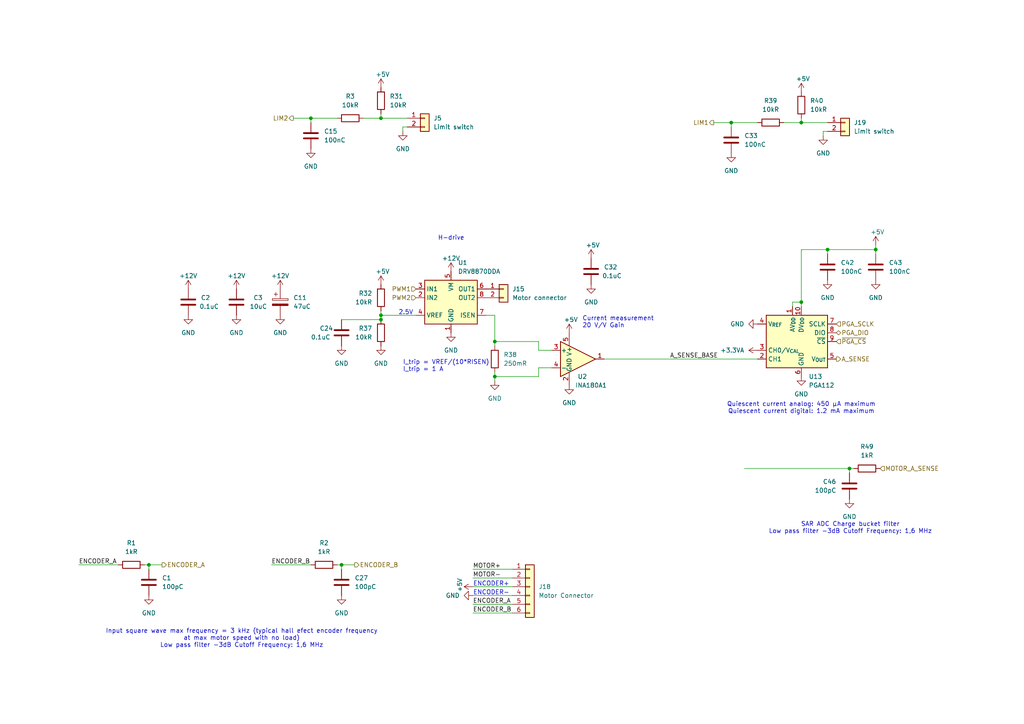
<source format=kicad_sch>
(kicad_sch (version 20250114) (generator "eeschema") (generator_version "9.0")
  (paper "A4")
  (lib_symbols
    (symbol "Amplifier_Current:INA180A1" (pin_names (offset 0.127))
      (property "Reference" "U" (at 3.81 3.81 0))
      (property "Value" "INA180A1" (at 3.81 -2.54 0))
      (symbol "INA180A1_0_1"
        (polyline (pts (xy 5.08 0) (xy -5.08 5.08) (xy -5.08 -5.08) (xy 5.08 0)) (stroke (width 0.254)) (fill (type background)))
      )
      (symbol "INA180A1_1_1"
        (pin input line (at -7.62 2.54 0) (length 2.54) (name "+") (number "3"))
        (pin input line (at -7.62 -2.54 0) (length 2.54) (name "-") (number "4"))
        (pin power_in line (at -2.54 7.62 270) (length 3.81) (name "V+") (number "5"))
        (pin power_in line (at -2.54 -7.62 90) (length 3.81) (name "GND") (number "2"))
        (pin output line (at 7.62 0 180) (length 2.54) (name "~") (number "1"))
      )
    )
    (symbol "Analog:PGA112"
      (property "Reference" "U" (at -8.89 8.89 0))
      (property "Value" "PGA112" (at 7.62 8.89 0))
      (symbol "PGA112_0_1"
        (rectangle (start -10.16 7.62) (end 7.62 -7.62) (stroke (width 0.254)) (fill (type background)))
      )
      (symbol "PGA112_1_1"
        (pin input line (at -12.7 5.08 0) (length 2.54) (name "V_{REF}") (number "4"))
        (pin input line (at -12.7 -2.54 0) (length 2.54) (name "CH0/V_{CAL}") (number "3"))
        (pin input line (at -12.7 -5.08 0) (length 2.54) (name "CH1") (number "2"))
        (pin power_in line (at -2.54 10.16 270) (length 2.54) (name "AV_{DD}") (number "1"))
        (pin power_in line (at 0 10.16 270) (length 2.54) (name "DV_{DD}") (number "10"))
        (pin power_in line (at 0 -10.16 90) (length 2.54) (name "GND") (number "6"))
        (pin input line (at 10.16 5.08 180) (length 2.54) (name "SCLK") (number "7"))
        (pin bidirectional line (at 10.16 2.54 180) (length 2.54) (name "DIO") (number "8"))
        (pin input line (at 10.16 0 180) (length 2.54) (name "~{CS}") (number "9"))
        (pin output line (at 10.16 -5.08 180) (length 2.54) (name "V_{OUT}") (number "5"))
      )
    )
    (symbol "Connector_Generic:Conn_01x02" (pin_names (offset 1.016) (hide yes))
      (property "Reference" "J" (at 0 2.54 0))
      (property "Value" "Conn_01x02" (at 0 -5.08 0))
      (symbol "Conn_01x02_1_1"
        (rectangle (start -1.27 1.27) (end 1.27 -3.81) (stroke (width 0.254)) (fill (type background)))
        (rectangle (start -1.27 0.127) (end 0 -0.127) (stroke (width 0.1524)))
        (rectangle (start -1.27 -2.413) (end 0 -2.667) (stroke (width 0.1524)))
        (pin passive line (at -5.08 0 0) (length 3.81) (name "Pin_1") (number "1"))
        (pin passive line (at -5.08 -2.54 0) (length 3.81) (name "Pin_2") (number "2"))
      )
    )
    (symbol "Connector_Generic:Conn_01x06" (pin_names (offset 1.016) (hide yes))
      (property "Reference" "J" (at 0 7.62 0))
      (property "Value" "Conn_01x06" (at 0 -10.16 0))
      (symbol "Conn_01x06_1_1"
        (rectangle (start -1.27 6.35) (end 1.27 -8.89) (stroke (width 0.254)) (fill (type background)))
        (rectangle (start -1.27 5.207) (end 0 4.953) (stroke (width 0.1524)))
        (rectangle (start -1.27 2.667) (end 0 2.413) (stroke (width 0.1524)))
        (rectangle (start -1.27 0.127) (end 0 -0.127) (stroke (width 0.1524)))
        (rectangle (start -1.27 -2.413) (end 0 -2.667) (stroke (width 0.1524)))
        (rectangle (start -1.27 -4.953) (end 0 -5.207) (stroke (width 0.1524)))
        (rectangle (start -1.27 -7.493) (end 0 -7.747) (stroke (width 0.1524)))
        (pin passive line (at -5.08 5.08 0) (length 3.81) (name "Pin_1") (number "1"))
        (pin passive line (at -5.08 2.54 0) (length 3.81) (name "Pin_2") (number "2"))
        (pin passive line (at -5.08 0 0) (length 3.81) (name "Pin_3") (number "3"))
        (pin passive line (at -5.08 -2.54 0) (length 3.81) (name "Pin_4") (number "4"))
        (pin passive line (at -5.08 -5.08 0) (length 3.81) (name "Pin_5") (number "5"))
        (pin passive line (at -5.08 -7.62 0) (length 3.81) (name "Pin_6") (number "6"))
      )
    )
    (symbol "Device:C" (pin_numbers (hide yes)) (pin_names (offset 0.254))
      (property "Reference" "C" (at 0.635 2.54 0))
      (property "Value" "C" (at 0.635 -2.54 0))
      (symbol "C_0_1"
        (polyline (pts (xy -2.032 0.762) (xy 2.032 0.762)) (stroke (width 0.508)))
        (polyline (pts (xy -2.032 -0.762) (xy 2.032 -0.762)) (stroke (width 0.508)))
      )
      (symbol "C_1_1"
        (pin passive line (at 0 3.81 270) (length 2.794) (name "~") (number "1"))
        (pin passive line (at 0 -3.81 90) (length 2.794) (name "~") (number "2"))
      )
    )
    (symbol "Device:C_Polarized" (pin_numbers (hide yes)) (pin_names (offset 0.254))
      (property "Reference" "C" (at 0.635 2.54 0))
      (property "Value" "C_Polarized" (at 0.635 -2.54 0))
      (symbol "C_Polarized_0_1"
        (rectangle (start -2.286 0.508) (end 2.286 1.016))
        (polyline (pts (xy -1.778 2.286) (xy -0.762 2.286)))
        (polyline (pts (xy -1.27 2.794) (xy -1.27 1.778)))
        (rectangle (start 2.286 -0.508) (end -2.286 -1.016) (fill (type outline)))
      )
      (symbol "C_Polarized_1_1"
        (pin passive line (at 0 3.81 270) (length 2.794) (name "~") (number "1"))
        (pin passive line (at 0 -3.81 90) (length 2.794) (name "~") (number "2"))
      )
    )
    (symbol "Device:R" (pin_numbers (hide yes)) (pin_names (offset 0))
      (property "Reference" "R" (at 2.032 0 90))
      (property "Value" "R" (at 0 0 90))
      (symbol "R_0_1"
        (rectangle (start -1.016 -2.54) (end 1.016 2.54) (stroke (width 0.254)))
      )
      (symbol "R_1_1"
        (pin passive line (at 0 3.81 270) (length 1.27) (name "~") (number "1"))
        (pin passive line (at 0 -3.81 90) (length 1.27) (name "~") (number "2"))
      )
    )
    (symbol "Driver_Motor:DRV8870DDA"
      (property "Reference" "U" (at -6.35 6.35 0))
      (property "Value" "DRV8870DDA" (at 8.89 6.35 0))
      (symbol "DRV8870DDA_0_1"
        (rectangle (start -7.62 5.08) (end 7.62 -7.62) (stroke (width 0.254)) (fill (type background)))
      )
      (symbol "DRV8870DDA_1_1"
        (pin input line (at -10.16 2.54 0) (length 2.54) (name "IN1") (number "3"))
        (pin input line (at -10.16 0 0) (length 2.54) (name "IN2") (number "2"))
        (pin input line (at -10.16 -5.08 0) (length 2.54) (name "VREF") (number "4"))
        (pin power_in line (at 0 7.62 270) (length 2.54) (name "VM") (number "5"))
        (pin power_in line (at 0 -10.16 90) (length 2.54) (name "GND") (number "1"))
        (pin passive line (at 0 -10.16 90) (length 2.54) (hide yes) (name "GND") (number "9"))
        (pin output line (at 10.16 2.54 180) (length 2.54) (name "OUT1") (number "6"))
        (pin output line (at 10.16 0 180) (length 2.54) (name "OUT2") (number "8"))
        (pin passive line (at 10.16 -5.08 180) (length 2.54) (name "ISEN") (number "7"))
      )
    )
    (symbol "power:+12V" (power) (pin_names (offset 0))
      (property "Value" "+12V" (at 0 3.556 0))
      (symbol "+12V_0_1"
        (polyline (pts (xy -0.762 1.27) (xy 0 2.54)))
        (polyline (pts (xy 0 2.54) (xy 0.762 1.27)))
        (polyline (pts (xy 0 0) (xy 0 2.54)))
      )
      (symbol "+12V_1_1"
        (pin power_in line (at 0 0 90) (length 0) (hide yes) (name "+12V") (number "1"))
      )
    )
    (symbol "power:+3.3VA" (power) (pin_numbers (hide yes)) (pin_names (offset 0) (hide yes))
      (property "Value" "+3.3VA" (at 0 3.556 0))
      (symbol "+3.3VA_0_1"
        (polyline (pts (xy -0.762 1.27) (xy 0 2.54)))
        (polyline (pts (xy 0 2.54) (xy 0.762 1.27)))
        (polyline (pts (xy 0 0) (xy 0 2.54)))
      )
      (symbol "+3.3VA_1_1"
        (pin power_in line (at 0 0 90) (length 0) (name "~") (number "1"))
      )
    )
    (symbol "power:+5V" (power) (pin_names (offset 0))
      (property "Value" "+5V" (at 0 3.556 0))
      (symbol "+5V_0_1"
        (polyline (pts (xy -0.762 1.27) (xy 0 2.54)))
        (polyline (pts (xy 0 2.54) (xy 0.762 1.27)))
        (polyline (pts (xy 0 0) (xy 0 2.54)))
      )
      (symbol "+5V_1_1"
        (pin power_in line (at 0 0 90) (length 0) (hide yes) (name "+5V") (number "1"))
      )
    )
    (symbol "power:GND" (power) (pin_names (offset 0))
      (property "Value" "GND" (at 0 -3.81 0))
      (symbol "GND_0_1"
        (polyline (pts (xy 0 0) (xy 0 -1.27) (xy 1.27 -1.27) (xy 0 -2.54) (xy -1.27 -1.27) (xy 0 -1.27)))
      )
      (symbol "GND_1_1"
        (pin power_in line (at 0 0 270) (length 0) (hide yes) (name "GND") (number "1"))
      )
    )
  )
  (text "2.5V" (at 115.57 91.44 0) (effects (font (size 1.27 1.27)) (justify left bottom)))
  (text "Quiescent current analog: 450 µA maximum\nQuiescent current digital: 1.2 mA maximum" (at 232.41 118.364 0) (effects (font (size 1.27 1.27))))
  (text "H-drive" (at 127 69.85 0) (effects (font (size 1.27 1.27)) (justify left bottom)))
  (text "SAR ADC Charge bucket filter\nLow pass filter -3dB Cutoff Frequency: 1,6 MHz" (at 246.634 153.162 0) (effects (font (size 1.27 1.27))))
  (text "Input square wave max frequency = 3 kHz (typical hall efect encoder frequency\nat max motor speed with no load)\nLow pass filter -3dB Cutoff Frequency: 1,6 MHz" (at 70.104 185.166 0) (effects (font (size 1.27 1.27))))
  (text "I_trip = VREF/(10*RISEN)\nI_trip = 1 A" (at 116.84 107.95 0) (effects (font (size 1.27 1.27)) (justify left bottom)))
  (text "ENCODER+" (at 142.494 169.418 0) (effects (font (size 1.27 1.27))))
  (text "Current measurement\n20 V/V Gain" (at 168.91 95.25 0) (effects (font (size 1.27 1.27)) (justify left bottom)))
  (text "ENCODER-" (at 142.494 171.958 0) (effects (font (size 1.27 1.27))))
  (junction (at 232.41 35.56))
  (junction (at 240.03 72.39))
  (junction (at 110.49 34.29))
  (junction (at 232.41 87.63))
  (junction (at 143.51 99.06))
  (junction (at 110.49 92.71))
  (junction (at 43.18 163.83))
  (junction (at 212.09 35.56))
  (junction (at 90.17 34.29))
  (junction (at 246.38 135.89))
  (junction (at 99.06 163.83))
  (junction (at 110.49 91.44))
  (junction (at 254 72.39))
  (junction (at 143.51 109.22))
  (wire (pts (xy 143.51 91.44) (xy 143.51 99.06)))
  (wire (pts (xy 247.65 135.89) (xy 246.38 135.89)))
  (wire (pts (xy 143.51 107.95) (xy 143.51 109.22)))
  (wire (pts (xy 238.76 38.1) (xy 238.76 39.37)))
  (wire (pts (xy 137.16 167.64) (xy 148.59 167.64)))
  (wire (pts (xy 118.11 36.83) (xy 116.84 36.83)))
  (wire (pts (xy 254 72.39) (xy 254 73.66)))
  (wire (pts (xy 240.03 38.1) (xy 238.76 38.1)))
  (wire (pts (xy 41.91 163.83) (xy 43.18 163.83)))
  (wire (pts (xy 46.99 163.83) (xy 43.18 163.83)))
  (wire (pts (xy 232.41 72.39) (xy 232.41 87.63)))
  (wire (pts (xy 137.16 170.18) (xy 148.59 170.18)))
  (wire (pts (xy 212.09 35.56) (xy 212.09 36.83)))
  (wire (pts (xy 212.09 35.56) (xy 219.71 35.56)))
  (wire (pts (xy 156.21 109.22) (xy 143.51 109.22)))
  (wire (pts (xy 105.41 34.29) (xy 110.49 34.29)))
  (wire (pts (xy 229.87 87.63) (xy 232.41 87.63)))
  (wire (pts (xy 137.16 175.26) (xy 148.59 175.26)))
  (wire (pts (xy 227.33 35.56) (xy 232.41 35.56)))
  (wire (pts (xy 137.16 172.72) (xy 148.59 172.72)))
  (wire (pts (xy 90.17 34.29) (xy 90.17 35.56)))
  (wire (pts (xy 110.49 34.29) (xy 110.49 33.02)))
  (wire (pts (xy 85.09 34.29) (xy 90.17 34.29)))
  (wire (pts (xy 140.97 91.44) (xy 143.51 91.44)))
  (wire (pts (xy 229.87 87.63) (xy 229.87 88.9)))
  (wire (pts (xy 156.21 101.6) (xy 156.21 99.06)))
  (wire (pts (xy 110.49 91.44) (xy 120.65 91.44)))
  (wire (pts (xy 99.06 92.71) (xy 110.49 92.71)))
  (wire (pts (xy 78.74 163.83) (xy 90.17 163.83)))
  (wire (pts (xy 137.16 177.8) (xy 148.59 177.8)))
  (wire (pts (xy 156.21 106.68) (xy 156.21 109.22)))
  (wire (pts (xy 116.84 36.83) (xy 116.84 38.1)))
  (wire (pts (xy 110.49 90.17) (xy 110.49 91.44)))
  (wire (pts (xy 22.86 163.83) (xy 34.29 163.83)))
  (wire (pts (xy 43.18 163.83) (xy 43.18 165.1)))
  (wire (pts (xy 97.79 163.83) (xy 99.06 163.83)))
  (wire (pts (xy 156.21 99.06) (xy 143.51 99.06)))
  (wire (pts (xy 215.9 135.89) (xy 246.38 135.89)))
  (wire (pts (xy 254 71.12) (xy 254 72.39)))
  (wire (pts (xy 137.16 165.1) (xy 148.59 165.1)))
  (wire (pts (xy 246.38 135.89) (xy 246.38 137.16)))
  (wire (pts (xy 110.49 92.71) (xy 110.49 91.44)))
  (wire (pts (xy 175.26 104.14) (xy 219.71 104.14)))
  (wire (pts (xy 207.01 35.56) (xy 212.09 35.56)))
  (wire (pts (xy 99.06 163.83) (xy 102.87 163.83)))
  (wire (pts (xy 240.03 35.56) (xy 232.41 35.56)))
  (wire (pts (xy 232.41 35.56) (xy 232.41 34.29)))
  (wire (pts (xy 232.41 72.39) (xy 240.03 72.39)))
  (wire (pts (xy 143.51 100.33) (xy 143.51 99.06)))
  (wire (pts (xy 240.03 72.39) (xy 254 72.39)))
  (wire (pts (xy 99.06 165.1) (xy 99.06 163.83)))
  (wire (pts (xy 118.11 34.29) (xy 110.49 34.29)))
  (wire (pts (xy 240.03 73.66) (xy 240.03 72.39)))
  (wire (pts (xy 143.51 110.49) (xy 143.51 109.22)))
  (wire (pts (xy 160.02 106.68) (xy 156.21 106.68)))
  (wire (pts (xy 90.17 34.29) (xy 97.79 34.29)))
  (wire (pts (xy 232.41 88.9) (xy 232.41 87.63)))
  (wire (pts (xy 160.02 101.6) (xy 156.21 101.6)))
  (label "ENCODER_B" (at 137.16 177.8 0))
  (label "MOTOR+" (at 137.16 165.1 0))
  (label "ENCODER_A" (at 22.86 163.83 0))
  (label "ENCODER_A" (at 137.16 175.26 0))
  (label "MOTOR-" (at 137.16 167.64 0))
  (label "A_SENSE_BASE" (at 208.28 104.14 180))
  (label "ENCODER_B" (at 78.74 163.83 0))
  (hierarchical_label "PGA_DIO" (shape bidirectional) (at 242.57 96.52 0))
  (hierarchical_label "LIM2" (shape output) (at 85.09 34.29 180))
  (hierarchical_label "MOTOR_A_SENSE" (shape input) (at 255.27 135.89 0))
  (hierarchical_label "PGA_SCLK" (shape input) (at 242.57 93.98 0))
  (hierarchical_label "A_SENSE" (shape output) (at 242.57 104.14 0))
  (hierarchical_label "ENCODER_B" (shape output) (at 102.87 163.83 0))
  (hierarchical_label "ENCODER_A" (shape output) (at 46.99 163.83 0))
  (hierarchical_label "~{PGA_CS}" (shape input) (at 242.57 99.06 0))
  (hierarchical_label "PWM1" (shape input) (at 120.65 83.82 180))
  (hierarchical_label "PWM2" (shape input) (at 120.65 86.36 180))
  (hierarchical_label "LIM1" (shape output) (at 207.01 35.56 180))
  (symbol (lib_id "Device:R") (at 93.98 163.83 270) (mirror x) (unit 1)
    (property "Reference" "R2" (at 93.98 157.48 90))
    (property "Value" "1kR" (at 93.98 160.02 90))
    (property "Footprint" "Resistor_SMD:R_0402_1005Metric" (effects (hide yes)))
    (property "Description" "Resistor" (effects (hide yes)))
    (property "MPN" "RC0402FR-071KL" (effects (hide yes)))
    (instances (project "BDCMotorControlShieldv2" (path "" (reference "R2") (unit 1)) (path "" (reference "R5") (unit 1)) (path "" (reference "R8") (unit 1))))
  )
  (symbol (lib_id "power:+5V") (at 232.41 26.67 0) (mirror y) (unit 1)
    (property "Reference" "#PWR091" (effects (hide yes)))
    (property "Value" "+5V" (at 234.95 22.86 0) (effects (justify left)))
    (instances (project "BDCMotorControlShieldv2" (path "" (reference "#PWR091") (unit 1)) (path "" (reference "#PWR0113") (unit 1)) (path "" (reference "#PWR0123") (unit 1))))
  )
  (symbol (lib_id "power:GND") (at 130.81 96.52 0) (unit 1)
    (property "Reference" "#PWR094" (effects (hide yes)))
    (property "Value" "GND" (at 130.81 101.6 0))
    (instances (project "" (path "" (reference "#PWR094") (unit 1)) (path "" (reference "#PWR096") (unit 1)) (path "" (reference "#PWR099") (unit 1))))
  )
  (symbol (lib_id "Device:C") (at 254 77.47 0) (unit 1)
    (property "Reference" "C43" (at 257.81 76.1999 0) (effects (justify left)))
    (property "Value" "100nC" (at 257.81 78.7399 0) (effects (justify left)))
    (property "Footprint" "Capacitor_SMD:C_0805_2012Metric" (effects (hide yes)))
    (property "Description" "Unpolarized capacitor" (effects (hide yes)))
    (instances (project "BDCMotorControlShieldv2" (path "" (reference "C43") (unit 1)) (path "" (reference "C45") (unit 1)) (path "" (reference "C41") (unit 1))))
  )
  (symbol (lib_id "power:+5V") (at 254 71.12 0) (mirror y) (unit 1)
    (property "Reference" "#PWR0117" (effects (hide yes)))
    (property "Value" "+5V" (at 256.54 67.31 0) (effects (justify left)))
    (instances (project "BDCMotorControlShieldv2" (path "" (reference "#PWR0117") (unit 1)) (path "" (reference "#PWR0129") (unit 1)) (path "" (reference "#PWR0133") (unit 1))))
  )
  (symbol (lib_id "Connector_Generic:Conn_01x02") (at 146.05 83.82 0) (unit 1)
    (property "Reference" "J15" (at 148.59 83.8199 0) (effects (justify left)))
    (property "Value" "Motor connector" (at 148.59 86.3599 0) (effects (justify left)))
    (property "Footprint" "Connector_custom:HC-2510-2A" (effects (hide yes)))
    (property "Datasheet" "https://datasheet.lcsc.com/lcsc/2203111830_HCTL-HC-2510-2A_C2982031.pdf" (effects (hide yes)))
    (property "MPN" "HC-2510-2A" (effects (hide yes)))
    (instances (project "" (path "" (reference "J15") (unit 1)) (path "" (reference "J16") (unit 1)) (path "" (reference "J17") (unit 1))))
  )
  (symbol (lib_id "power:GND") (at 81.28 91.44 0) (unit 1)
    (property "Reference" "#PWR010" (effects (hide yes)))
    (property "Value" "GND" (at 81.28 96.52 0))
    (instances (project "" (path "" (reference "#PWR010") (unit 1)) (path "" (reference "#PWR027") (unit 1)) (path "" (reference "#PWR029") (unit 1))))
  )
  (symbol (lib_id "Device:C") (at 99.06 168.91 0) (unit 1)
    (property "Reference" "C27" (at 102.87 167.6399 0) (effects (justify left)))
    (property "Value" "100pC" (at 102.87 170.1799 0) (effects (justify left)))
    (property "Footprint" "Capacitor_SMD:C_0402_1005Metric" (effects (hide yes)))
    (property "Description" "Unpolarized capacitor" (effects (hide yes)))
    (instances (project "BDCMotorControlShieldv2" (path "" (reference "C27") (unit 1)) (path "" (reference "C28") (unit 1)) (path "" (reference "C35") (unit 1))))
  )
  (symbol (lib_id "Device:R") (at 101.6 34.29 90) (unit 1)
    (property "Reference" "R3" (at 101.6 27.94 90))
    (property "Value" "10kR" (at 101.6 30.48 90))
    (property "Footprint" "Capacitor_SMD:C_0805_2012Metric" (effects (hide yes)))
    (property "Description" "Resistor" (effects (hide yes)))
    (instances (project "BDCMotorControlShieldv2" (path "" (reference "R3") (unit 1)) (path "" (reference "R6") (unit 1)) (path "" (reference "R30") (unit 1))))
  )
  (symbol (lib_id "Device:R") (at 110.49 96.52 0) (mirror y) (unit 1)
    (property "Reference" "R37" (at 107.95 95.2499 0) (effects (justify left)))
    (property "Value" "10kR" (at 107.95 97.7899 0) (effects (justify left)))
    (property "Footprint" "Resistor_SMD:R_0805_2012Metric_Pad1.20x1.40mm_HandSolder" (effects (hide yes)))
    (property "Datasheet" "https://datasheet.lcsc.com/lcsc/1810201611_YAGEO-RC0805FR-0710KL_C84376.pdf" (effects (hide yes)))
    (property "MPN" "RC0805FR-0710KL" (effects (hide yes)))
    (instances (project "" (path "" (reference "R37") (unit 1)) (path "" (reference "R41") (unit 1)) (path "" (reference "R45") (unit 1))))
  )
  (symbol (lib_id "power:GND") (at 212.09 44.45 0) (unit 1)
    (property "Reference" "#PWR0103" (effects (hide yes)))
    (property "Value" "GND" (at 212.09 49.53 0))
    (property "Description" "Power symbol creates a global label with name \"GND\" , ground" (effects (hide yes)))
    (instances (project "BDCMotorControlShieldv2" (path "" (reference "#PWR0103") (unit 1)) (path "" (reference "#PWR0120") (unit 1)) (path "" (reference "#PWR0126") (unit 1))))
  )
  (symbol (lib_id "power:+5V") (at 110.49 25.4 0) (mirror y) (unit 1)
    (property "Reference" "#PWR030" (effects (hide yes)))
    (property "Value" "+5V" (at 113.03 21.59 0) (effects (justify left)))
    (instances (project "BDCMotorControlShieldv2" (path "" (reference "#PWR030") (unit 1)) (path "" (reference "#PWR083") (unit 1)) (path "" (reference "#PWR087") (unit 1))))
  )
  (symbol (lib_id "Device:R") (at 251.46 135.89 90) (unit 1)
    (property "Reference" "R49" (at 251.46 129.54 90))
    (property "Value" "1kR" (at 251.46 132.08 90))
    (property "Footprint" "Resistor_SMD:R_0402_1005Metric" (effects (hide yes)))
    (property "Description" "Resistor" (effects (hide yes)))
    (property "MPN" "RC0402FR-071KL" (effects (hide yes)))
    (instances (project "BDCMotorControlShieldv2" (path "" (reference "R49") (unit 1)) (path "" (reference "R50") (unit 1)) (path "" (reference "R51") (unit 1))))
  )
  (symbol (lib_id "power:GND") (at 238.76 39.37 0) (unit 1)
    (property "Reference" "#PWR0115" (effects (hide yes)))
    (property "Value" "GND" (at 238.76 44.45 0))
    (property "Description" "Power symbol creates a global label with name \"GND\" , ground" (effects (hide yes)))
    (instances (project "BDCMotorControlShieldv2" (path "" (reference "#PWR0115") (unit 1)) (path "" (reference "#PWR0131") (unit 1)) (path "" (reference "#PWR0135") (unit 1))))
  )
  (symbol (lib_id "Connector_Generic:Conn_01x06") (at 153.67 170.18 0) (unit 1)
    (property "Reference" "J18" (at 156.21 170.1799 0) (effects (justify left)))
    (property "Value" "Motor Connector" (at 156.21 172.7199 0) (effects (justify left)))
    (property "Footprint" "Connector_JST:JST_PH_S6B-PH-K_1x06_P2.00mm_Horizontal" (effects (hide yes)))
    (property "Description" "Generic connector, single row, 01x06, script generated (kicad-library-utils/schlib/autogen/connector/)" (effects (hide yes)))
    (instances (project "BDCMotorControlShieldv2" (path "" (reference "J18") (unit 1)) (path "" (reference "J20") (unit 1)) (path "" (reference "J22") (unit 1))))
  )
  (symbol (lib_id "power:GND") (at 246.38 144.78 0) (mirror y) (unit 1)
    (property "Reference" "#PWR0140" (effects (hide yes)))
    (property "Value" "GND" (at 246.38 149.86 0))
    (property "Description" "Power symbol creates a global label with name \"GND\" , ground" (effects (hide yes)))
    (instances (project "BDCMotorControlShieldv2" (path "" (reference "#PWR0140") (unit 1)) (path "" (reference "#PWR0141") (unit 1)) (path "" (reference "#PWR0142") (unit 1))))
  )
  (symbol (lib_id "Device:R") (at 110.49 29.21 180) (unit 1)
    (property "Reference" "R31" (at 113.03 27.9399 0) (effects (justify right)))
    (property "Value" "10kR" (at 113.03 30.4799 0) (effects (justify right)))
    (property "Footprint" "Capacitor_SMD:C_0805_2012Metric" (effects (hide yes)))
    (property "Description" "Resistor" (effects (hide yes)))
    (instances (project "BDCMotorControlShieldv2" (path "" (reference "R31") (unit 1)) (path "" (reference "R33") (unit 1)) (path "" (reference "R35") (unit 1))))
  )
  (symbol (lib_id "Device:C") (at 171.45 78.74 0) (mirror y) (unit 1)
    (property "Reference" "C32" (at 179.07 77.47 0) (effects (justify left)))
    (property "Value" "0.1uC" (at 180.34 80.01 0) (effects (justify left)))
    (property "Footprint" "Capacitor_SMD:C_0805_2012Metric_Pad1.18x1.45mm_HandSolder" (effects (hide yes)))
    (property "Datasheet" "https://datasheet.lcsc.com/lcsc/2006111832_YAGEO-CC0805KRX7R8BB104_C519981.pdf" (effects (hide yes)))
    (property "MPN" "CC0805KRX7R8BB104" (effects (hide yes)))
    (instances (project "" (path "" (reference "C32") (unit 1)) (path "" (reference "C34") (unit 1)) (path "" (reference "C36") (unit 1))))
  )
  (symbol (lib_id "power:GND") (at 99.06 100.33 0) (unit 1)
    (property "Reference" "#PWR021" (effects (hide yes)))
    (property "Value" "GND" (at 99.06 105.41 0))
    (instances (project "" (path "" (reference "#PWR021") (unit 1)) (path "" (reference "#PWR038") (unit 1)) (path "" (reference "#PWR057") (unit 1))))
  )
  (symbol (lib_id "Device:R") (at 223.52 35.56 90) (unit 1)
    (property "Reference" "R39" (at 223.52 29.21 90))
    (property "Value" "10kR" (at 223.52 31.75 90))
    (property "Footprint" "Capacitor_SMD:C_0805_2012Metric" (effects (hide yes)))
    (property "Description" "Resistor" (effects (hide yes)))
    (instances (project "BDCMotorControlShieldv2" (path "" (reference "R39") (unit 1)) (path "" (reference "R43") (unit 1)) (path "" (reference "R47") (unit 1))))
  )
  (symbol (lib_id "Device:R") (at 143.51 104.14 180) (unit 1)
    (property "Reference" "R38" (at 146.05 102.8699 0) (effects (justify right)))
    (property "Value" "250mR" (at 146.05 105.4099 0) (effects (justify right)))
    (property "Footprint" "Resistor_SMD:R_2010_5025Metric" (effects (hide yes)))
    (property "Datasheet" "https://datasheet.lcsc.com/lcsc/2008171306_YAGEO-RL2010FK-070R25L_C723438.pdf" (effects (hide yes)))
    (property "MPN" "RL2010FK-070R25L" (effects (hide yes)))
    (instances (project "" (path "" (reference "R38") (unit 1)) (path "" (reference "R42") (unit 1)) (path "" (reference "R46") (unit 1))))
  )
  (symbol (lib_id "Device:R") (at 110.49 86.36 0) (mirror y) (unit 1)
    (property "Reference" "R32" (at 107.95 85.0899 0) (effects (justify left)))
    (property "Value" "10kR" (at 107.95 87.6299 0) (effects (justify left)))
    (property "Footprint" "Resistor_SMD:R_0805_2012Metric_Pad1.20x1.40mm_HandSolder" (effects (hide yes)))
    (property "Datasheet" "https://datasheet.lcsc.com/lcsc/1810201611_YAGEO-RC0805FR-0710KL_C84376.pdf" (effects (hide yes)))
    (property "MPN" "RC0805FR-0710KL" (effects (hide yes)))
    (instances (project "" (path "" (reference "R32") (unit 1)) (path "" (reference "R34") (unit 1)) (path "" (reference "R36") (unit 1))))
  )
  (symbol (lib_id "power:+12V") (at 81.28 83.82 0) (mirror y) (unit 1)
    (property "Reference" "#PWR0152" (effects (hide yes)))
    (property "Value" "+12V" (at 81.28 80.01 0))
    (instances (project "BDCMotorControlShieldv2" (path "" (reference "#PWR0152") (unit 1)) (path "" (reference "#PWR0153") (unit 1)) (path "" (reference "#PWR0154") (unit 1))))
  )
  (symbol (lib_id "power:+5V") (at 110.49 82.55 0) (mirror y) (unit 1)
    (property "Reference" "#PWR028" (effects (hide yes)))
    (property "Value" "+5V" (at 113.03 78.74 0) (effects (justify left)))
    (instances (project "BDCMotorControlShieldv2" (path "" (reference "#PWR028") (unit 1)) (path "" (reference "#PWR0160") (unit 1)) (path "" (reference "#PWR0161") (unit 1))))
  )
  (symbol (lib_id "power:GND") (at 143.51 110.49 0) (unit 1)
    (property "Reference" "#PWR0100" (effects (hide yes)))
    (property "Value" "GND" (at 143.51 115.57 0))
    (instances (project "" (path "" (reference "#PWR0100") (unit 1)) (path "" (reference "#PWR0105") (unit 1)) (path "" (reference "#PWR0109") (unit 1))))
  )
  (symbol (lib_id "power:GND") (at 232.41 109.22 0) (unit 1)
    (property "Reference" "#PWR0114" (effects (hide yes)))
    (property "Value" "GND" (at 232.41 114.3 0))
    (property "Description" "Power symbol creates a global label with name \"GND\" , ground" (effects (hide yes)))
    (instances (project "BDCMotorControlShieldv2" (path "" (reference "#PWR0114") (unit 1)) (path "" (reference "#PWR0124") (unit 1)) (path "" (reference "#PWR0130") (unit 1))))
  )
  (symbol (lib_id "power:GND") (at 54.61 91.44 0) (unit 1)
    (property "Reference" "#PWR07" (effects (hide yes)))
    (property "Value" "GND" (at 54.61 96.52 0))
    (instances (project "" (path "" (reference "#PWR07") (unit 1)) (path "" (reference "#PWR016") (unit 1)) (path "" (reference "#PWR018") (unit 1))))
  )
  (symbol (lib_id "power:+3.3VA") (at 219.71 101.6 90) (unit 1)
    (property "Reference" "#PWR0112" (effects (hide yes)))
    (property "Value" "+3.3VA" (at 215.9 101.5999 90) (effects (justify left)))
    (property "Description" "Power symbol creates a global label with name \"+3.3VA\"" (effects (hide yes)))
    (instances (project "BDCMotorControlShieldv2" (path "" (reference "#PWR0112") (unit 1)) (path "" (reference "#PWR0122") (unit 1)) (path "" (reference "#PWR0128") (unit 1))))
  )
  (symbol (lib_id "Device:C") (at 68.58 87.63 0) (mirror y) (unit 1)
    (property "Reference" "C3" (at 76.2 86.36 0) (effects (justify left)))
    (property "Value" "10uC" (at 77.47 88.9 0) (effects (justify left)))
    (property "Footprint" "Capacitor_SMD:C_1210_3225Metric_Pad1.33x2.70mm_HandSolder" (effects (hide yes)))
    (property "Datasheet" "https://datasheet.lcsc.com/lcsc/1912111437_Taiyo-Yuden-UMK325AB7106KM-T_C386167.pdf" (effects (hide yes)))
    (property "MPN" "UMK325AB7106KM-T" (effects (hide yes)))
    (instances (project "" (path "" (reference "C3") (unit 1)) (path "" (reference "C13") (unit 1)) (path "" (reference "C14") (unit 1))))
  )
  (symbol (lib_id "Device:C") (at 99.06 96.52 0) (unit 1)
    (property "Reference" "C24" (at 92.71 95.25 0) (effects (justify left)))
    (property "Value" "0.1uC" (at 90.17 97.79 0) (effects (justify left)))
    (property "Footprint" "Capacitor_SMD:C_0805_2012Metric_Pad1.18x1.45mm_HandSolder" (effects (hide yes)))
    (property "Datasheet" "https://datasheet.lcsc.com/lcsc/2006111832_YAGEO-CC0805KRX7R8BB104_C519981.pdf" (effects (hide yes)))
    (property "MPN" "CC0805KRX7R8BB104" (effects (hide yes)))
    (instances (project "" (path "" (reference "C24") (unit 1)) (path "" (reference "C25") (unit 1)) (path "" (reference "C31") (unit 1))))
  )
  (symbol (lib_id "Device:C") (at 90.17 39.37 0) (unit 1)
    (property "Reference" "C15" (at 93.98 38.0999 0) (effects (justify left)))
    (property "Value" "100nC" (at 93.98 40.6399 0) (effects (justify left)))
    (property "Footprint" "Capacitor_SMD:C_0805_2012Metric" (effects (hide yes)))
    (property "Description" "Unpolarized capacitor" (effects (hide yes)))
    (instances (project "BDCMotorControlShieldv2" (path "" (reference "C15") (unit 1)) (path "" (reference "C17") (unit 1)) (path "" (reference "C26") (unit 1))))
  )
  (symbol (lib_id "power:+5V") (at 171.45 74.93 0) (mirror y) (unit 1)
    (property "Reference" "#PWR0137" (effects (hide yes)))
    (property "Value" "+5V" (at 173.99 71.12 0) (effects (justify left)))
    (instances (project "BDCMotorControlShieldv2" (path "" (reference "#PWR0137") (unit 1)) (path "" (reference "#PWR0155") (unit 1)) (path "" (reference "#PWR0156") (unit 1))))
  )
  (symbol (lib_id "Driver_Motor:DRV8870DDA") (at 130.81 86.36 0) (unit 1)
    (property "Reference" "U1" (at 132.8294 76.2 0) (effects (justify left)))
    (property "Value" "DRV8870DDA" (at 132.8294 78.74 0) (effects (justify left)))
    (property "Footprint" "Package_SO:Texas_HTSOP-8-1EP_3.9x4.9mm_P1.27mm_EP2.95x4.9mm_Mask2.4x3.1mm_ThermalVias" (effects (hide yes)))
    (property "Datasheet" "http://www.ti.com/lit/ds/symlink/drv8870.pdf" (effects (hide yes)))
    (property "MPN" "DRV8870DDAR" (effects (hide yes)))
    (instances (project "" (path "" (reference "U1") (unit 1)) (path "" (reference "U3") (unit 1)) (path "" (reference "U4") (unit 1))))
  )
  (symbol (lib_id "power:+12V") (at 130.81 78.74 0) (mirror y) (unit 1)
    (property "Reference" "#PWR0143" (effects (hide yes)))
    (property "Value" "+12V" (at 130.81 74.93 0))
    (instances (project "BDCMotorControlShieldv2" (path "" (reference "#PWR0143") (unit 1)) (path "" (reference "#PWR0144") (unit 1)) (path "" (reference "#PWR0145") (unit 1))))
  )
  (symbol (lib_id "Device:C_Polarized") (at 81.28 87.63 0) (unit 1)
    (property "Reference" "C11" (at 85.09 86.36 0) (effects (justify left)))
    (property "Value" "47uC" (at 85.09 88.9 0) (effects (justify left)))
    (property "Footprint" "Capacitor_THT:CP_Radial_D5.0mm_P2.00mm" (effects (hide yes)))
    (property "Datasheet" "https://datasheet.lcsc.com/lcsc/1809192224_Rubycon-35YXJ47M5X11_C88761.pdf" (effects (hide yes)))
    (property "MPN" "35YXJ47M5X11" (effects (hide yes)))
    (instances (project "" (path "" (reference "C11") (unit 1)) (path "" (reference "C16") (unit 1)) (path "" (reference "C18") (unit 1))))
  )
  (symbol (lib_id "power:GND") (at 137.16 172.72 270) (unit 1)
    (property "Reference" "#PWR097" (effects (hide yes)))
    (property "Value" "GND" (at 133.35 172.7199 90) (effects (justify right)))
    (property "Description" "Power symbol creates a global label with name \"GND\" , ground" (effects (hide yes)))
    (instances (project "BDCMotorControlShieldv2" (path "" (reference "#PWR097") (unit 1)) (path "" (reference "#PWR0104") (unit 1)) (path "" (reference "#PWR0108") (unit 1))))
  )
  (symbol (lib_id "Device:C") (at 212.09 40.64 0) (unit 1)
    (property "Reference" "C33" (at 215.9 39.3699 0) (effects (justify left)))
    (property "Value" "100nC" (at 215.9 41.9099 0) (effects (justify left)))
    (property "Footprint" "Capacitor_SMD:C_0805_2012Metric" (effects (hide yes)))
    (property "Description" "Unpolarized capacitor" (effects (hide yes)))
    (instances (project "BDCMotorControlShieldv2" (path "" (reference "C33") (unit 1)) (path "" (reference "C39") (unit 1)) (path "" (reference "C38") (unit 1))))
  )
  (symbol (lib_id "power:GND") (at 99.06 172.72 0) (unit 1)
    (property "Reference" "#PWR026" (effects (hide yes)))
    (property "Value" "GND" (at 99.06 177.8 0))
    (property "Description" "Power symbol creates a global label with name \"GND\" , ground" (effects (hide yes)))
    (instances (project "BDCMotorControlShieldv2" (path "" (reference "#PWR026") (unit 1)) (path "" (reference "#PWR086") (unit 1)) (path "" (reference "#PWR090") (unit 1))))
  )
  (symbol (lib_id "Device:C") (at 54.61 87.63 0) (mirror y) (unit 1)
    (property "Reference" "C2" (at 60.96 86.36 0) (effects (justify left)))
    (property "Value" "0.1uC" (at 63.5 88.9 0) (effects (justify left)))
    (property "Footprint" "Capacitor_SMD:C_0805_2012Metric_Pad1.18x1.45mm_HandSolder" (effects (hide yes)))
    (property "Datasheet" "https://datasheet.lcsc.com/lcsc/2006111832_YAGEO-CC0805KRX7R8BB104_C519981.pdf" (effects (hide yes)))
    (property "MPN" "CC0805KRX7R8BB104" (effects (hide yes)))
    (instances (project "" (path "" (reference "C2") (unit 1)) (path "" (reference "C6") (unit 1)) (path "" (reference "C10") (unit 1))))
  )
  (symbol (lib_id "power:GND") (at 110.49 100.33 0) (unit 1)
    (property "Reference" "#PWR084" (effects (hide yes)))
    (property "Value" "GND" (at 110.49 105.41 0))
    (instances (project "" (path "" (reference "#PWR084") (unit 1)) (path "" (reference "#PWR088") (unit 1)) (path "" (reference "#PWR092") (unit 1))))
  )
  (symbol (lib_id "power:GND") (at 165.1 111.76 0) (unit 1)
    (property "Reference" "#PWR0101" (effects (hide yes)))
    (property "Value" "GND" (at 165.1 116.84 0))
    (instances (project "" (path "" (reference "#PWR0101") (unit 1)) (path "" (reference "#PWR0106") (unit 1)) (path "" (reference "#PWR0110") (unit 1))))
  )
  (symbol (lib_id "Connector_Generic:Conn_01x02") (at 245.11 35.56 0) (unit 1)
    (property "Reference" "J19" (at 247.65 35.5599 0) (effects (justify left)))
    (property "Value" "Limit switch" (at 247.65 38.0999 0) (effects (justify left)))
    (property "Footprint" "Connector_JST:JST_PH_S2B-PH-K_1x02_P2.00mm_Horizontal" (effects (hide yes)))
    (property "Description" "Generic connector, single row, 01x02, script generated (kicad-library-utils/schlib/autogen/connector/)" (effects (hide yes)))
    (property "MPN" "B2B-PH-K-S(LF)(SN)" (effects (hide yes)))
    (instances (project "BDCMotorControlShieldv2" (path "" (reference "J19") (unit 1)) (path "" (reference "J21") (unit 1)) (path "" (reference "J23") (unit 1))))
  )
  (symbol (lib_id "Analog:PGA112") (at 232.41 99.06 0) (unit 1)
    (property "Reference" "U13" (at 234.5533 109.22 0) (effects (justify left)))
    (property "Value" "PGA112" (at 234.5533 111.76 0) (effects (justify left)))
    (property "Footprint" "Package_SO:VSSOP-10_3x3mm_P0.5mm" (effects (hide yes)))
    (property "Datasheet" "https://www.ti.com/lit/ds/symlink/pga112.pdf" (effects (hide yes)))
    (property "Description" "Zero-Drift Programmable Gain Amplifier With Mux, x1/x2/x4/x8/x16/x32/x64/x128 gains, VSSOP-10" (effects (hide yes)))
    (property "MPN" "PGA112AIDGSR" (effects (hide yes)))
    (instances (project "BDCMotorControlShieldv2" (path "" (reference "U13") (unit 1)) (path "" (reference "U14") (unit 1)) (path "" (reference "U15") (unit 1))))
  )
  (symbol (lib_id "power:GND") (at 68.58 91.44 0) (unit 1)
    (property "Reference" "#PWR09" (effects (hide yes)))
    (property "Value" "GND" (at 68.58 96.52 0))
    (instances (project "" (path "" (reference "#PWR09") (unit 1)) (path "" (reference "#PWR022") (unit 1)) (path "" (reference "#PWR023") (unit 1))))
  )
  (symbol (lib_id "power:GND") (at 254 81.28 0) (unit 1)
    (property "Reference" "#PWR0118" (effects (hide yes)))
    (property "Value" "GND" (at 254 86.36 0))
    (property "Description" "Power symbol creates a global label with name \"GND\" , ground" (effects (hide yes)))
    (instances (project "BDCMotorControlShieldv2" (path "" (reference "#PWR0118") (unit 1)) (path "" (reference "#PWR0134") (unit 1)) (path "" (reference "#PWR0138") (unit 1))))
  )
  (symbol (lib_id "power:+12V") (at 54.61 83.82 0) (mirror y) (unit 1)
    (property "Reference" "#PWR0146" (effects (hide yes)))
    (property "Value" "+12V" (at 54.61 80.01 0))
    (instances (project "BDCMotorControlShieldv2" (path "" (reference "#PWR0146") (unit 1)) (path "" (reference "#PWR0147") (unit 1)) (path "" (reference "#PWR0148") (unit 1))))
  )
  (symbol (lib_id "power:GND") (at 116.84 38.1 0) (unit 1)
    (property "Reference" "#PWR085" (effects (hide yes)))
    (property "Value" "GND" (at 116.84 43.18 0))
    (property "Description" "Power symbol creates a global label with name \"GND\" , ground" (effects (hide yes)))
    (instances (project "BDCMotorControlShieldv2" (path "" (reference "#PWR085") (unit 1)) (path "" (reference "#PWR089") (unit 1)) (path "" (reference "#PWR093") (unit 1))))
  )
  (symbol (lib_id "power:GND") (at 219.71 93.98 270) (unit 1)
    (property "Reference" "#PWR0111" (effects (hide yes)))
    (property "Value" "GND" (at 215.9 93.9799 90) (effects (justify right)))
    (property "Description" "Power symbol creates a global label with name \"GND\" , ground" (effects (hide yes)))
    (instances (project "BDCMotorControlShieldv2" (path "" (reference "#PWR0111") (unit 1)) (path "" (reference "#PWR0121") (unit 1)) (path "" (reference "#PWR0127") (unit 1))))
  )
  (symbol (lib_id "Amplifier_Current:INA180A1") (at 167.64 104.14 0) (unit 1)
    (property "Reference" "U2" (at 168.91 109.22 0))
    (property "Value" "INA180A1" (at 171.45 111.76 0))
    (property "Footprint" "Package_TO_SOT_SMD:SOT-23-5" (effects (hide yes)))
    (property "Datasheet" "http://www.ti.com/lit/ds/symlink/ina180.pdf" (effects (hide yes)))
    (property "MPN" "INA180A1IDBVR" (effects (hide yes)))
    (instances (project "" (path "" (reference "U2") (unit 1)) (path "" (reference "U5") (unit 1)) (path "" (reference "U7") (unit 1))))
  )
  (symbol (lib_id "Device:C") (at 43.18 168.91 0) (unit 1)
    (property "Reference" "C1" (at 46.99 167.6399 0) (effects (justify left)))
    (property "Value" "100pC" (at 46.99 170.1799 0) (effects (justify left)))
    (property "Footprint" "Capacitor_SMD:C_0402_1005Metric" (effects (hide yes)))
    (property "Description" "Unpolarized capacitor" (effects (hide yes)))
    (instances (project "BDCMotorControlShieldv2" (path "" (reference "C1") (unit 1)) (path "" (reference "C4") (unit 1)) (path "" (reference "C7") (unit 1))))
  )
  (symbol (lib_id "power:GND") (at 43.18 172.72 0) (unit 1)
    (property "Reference" "#PWR02" (effects (hide yes)))
    (property "Value" "GND" (at 43.18 177.8 0))
    (property "Description" "Power symbol creates a global label with name \"GND\" , ground" (effects (hide yes)))
    (instances (project "BDCMotorControlShieldv2" (path "" (reference "#PWR02") (unit 1)) (path "" (reference "#PWR011") (unit 1)) (path "" (reference "#PWR017") (unit 1))))
  )
  (symbol (lib_id "power:+5V") (at 137.16 170.18 90) (mirror x) (unit 1)
    (property "Reference" "#PWR095" (effects (hide yes)))
    (property "Value" "+5V" (at 133.35 167.64 0) (effects (justify left)))
    (instances (project "BDCMotorControlShieldv2" (path "" (reference "#PWR095") (unit 1)) (path "" (reference "#PWR098") (unit 1)) (path "" (reference "#PWR0107") (unit 1))))
  )
  (symbol (lib_id "power:GND") (at 90.17 43.18 0) (unit 1)
    (property "Reference" "#PWR014" (effects (hide yes)))
    (property "Value" "GND" (at 90.17 48.26 0))
    (property "Description" "Power symbol creates a global label with name \"GND\" , ground" (effects (hide yes)))
    (instances (project "BDCMotorControlShieldv2" (path "" (reference "#PWR014") (unit 1)) (path "" (reference "#PWR031") (unit 1)) (path "" (reference "#PWR051") (unit 1))))
  )
  (symbol (lib_id "Device:R") (at 38.1 163.83 270) (mirror x) (unit 1)
    (property "Reference" "R1" (at 38.1 157.48 90))
    (property "Value" "1kR" (at 38.1 160.02 90))
    (property "Footprint" "Resistor_SMD:R_0402_1005Metric" (effects (hide yes)))
    (property "Description" "Resistor" (effects (hide yes)))
    (property "MPN" "RC0402FR-071KL" (effects (hide yes)))
    (instances (project "BDCMotorControlShieldv2" (path "" (reference "R1") (unit 1)) (path "" (reference "R4") (unit 1)) (path "" (reference "R7") (unit 1))))
  )
  (symbol (lib_id "power:+5V") (at 165.1 96.52 0) (mirror y) (unit 1)
    (property "Reference" "#PWR0157" (effects (hide yes)))
    (property "Value" "+5V" (at 167.64 92.71 0) (effects (justify left)))
    (instances (project "BDCMotorControlShieldv2" (path "" (reference "#PWR0157") (unit 1)) (path "" (reference "#PWR0158") (unit 1)) (path "" (reference "#PWR0159") (unit 1))))
  )
  (symbol (lib_id "Device:C") (at 246.38 140.97 0) (mirror y) (unit 1)
    (property "Reference" "C46" (at 242.57 139.6999 0) (effects (justify left)))
    (property "Value" "100pC" (at 242.57 142.2399 0) (effects (justify left)))
    (property "Footprint" "Capacitor_SMD:C_0402_1005Metric" (effects (hide yes)))
    (property "Description" "Unpolarized capacitor" (effects (hide yes)))
    (instances (project "BDCMotorControlShieldv2" (path "" (reference "C46") (unit 1)) (path "" (reference "C47") (unit 1)) (path "" (reference "C48") (unit 1))))
  )
  (symbol (lib_id "power:+12V") (at 68.58 83.82 0) (mirror y) (unit 1)
    (property "Reference" "#PWR0149" (effects (hide yes)))
    (property "Value" "+12V" (at 68.58 80.01 0))
    (instances (project "BDCMotorControlShieldv2" (path "" (reference "#PWR0149") (unit 1)) (path "" (reference "#PWR0150") (unit 1)) (path "" (reference "#PWR0151") (unit 1))))
  )
  (symbol (lib_id "Device:R") (at 232.41 30.48 180) (unit 1)
    (property "Reference" "R40" (at 234.95 29.2099 0) (effects (justify right)))
    (property "Value" "10kR" (at 234.95 31.7499 0) (effects (justify right)))
    (property "Footprint" "Capacitor_SMD:C_0805_2012Metric" (effects (hide yes)))
    (property "Description" "Resistor" (effects (hide yes)))
    (instances (project "BDCMotorControlShieldv2" (path "" (reference "R40") (unit 1)) (path "" (reference "R44") (unit 1)) (path "" (reference "R48") (unit 1))))
  )
  (symbol (lib_id "Device:C") (at 240.03 77.47 0) (unit 1)
    (property "Reference" "C42" (at 243.84 76.1999 0) (effects (justify left)))
    (property "Value" "100nC" (at 243.84 78.7399 0) (effects (justify left)))
    (property "Footprint" "Capacitor_SMD:C_0805_2012Metric" (effects (hide yes)))
    (property "Description" "Unpolarized capacitor" (effects (hide yes)))
    (instances (project "BDCMotorControlShieldv2" (path "" (reference "C42") (unit 1)) (path "" (reference "C44") (unit 1)) (path "" (reference "C40") (unit 1))))
  )
  (symbol (lib_id "power:GND") (at 171.45 82.55 0) (unit 1)
    (property "Reference" "#PWR0102" (effects (hide yes)))
    (property "Value" "GND" (at 171.45 87.63 0))
    (instances (project "" (path "" (reference "#PWR0102") (unit 1)) (path "" (reference "#PWR0119") (unit 1)) (path "" (reference "#PWR0125") (unit 1))))
  )
  (symbol (lib_id "Connector_Generic:Conn_01x02") (at 123.19 34.29 0) (unit 1)
    (property "Reference" "J5" (at 125.73 34.2899 0) (effects (justify left)))
    (property "Value" "Limit switch" (at 125.73 36.8299 0) (effects (justify left)))
    (property "Footprint" "Connector_JST:JST_PH_S2B-PH-K_1x02_P2.00mm_Horizontal" (effects (hide yes)))
    (property "Description" "Generic connector, single row, 01x02, script generated (kicad-library-utils/schlib/autogen/connector/)" (effects (hide yes)))
    (property "MPN" "B2B-PH-K-S(LF)(SN)" (effects (hide yes)))
    (instances (project "BDCMotorControlShieldv2" (path "" (reference "J5") (unit 1)) (path "" (reference "J9") (unit 1)) (path "" (reference "J14") (unit 1))))
  )
  (symbol (lib_id "power:GND") (at 240.03 81.28 0) (unit 1)
    (property "Reference" "#PWR0116" (effects (hide yes)))
    (property "Value" "GND" (at 240.03 86.36 0))
    (property "Description" "Power symbol creates a global label with name \"GND\" , ground" (effects (hide yes)))
    (instances (project "BDCMotorControlShieldv2" (path "" (reference "#PWR0116") (unit 1)) (path "" (reference "#PWR0132") (unit 1)) (path "" (reference "#PWR0136") (unit 1))))
  )
)
</source>
